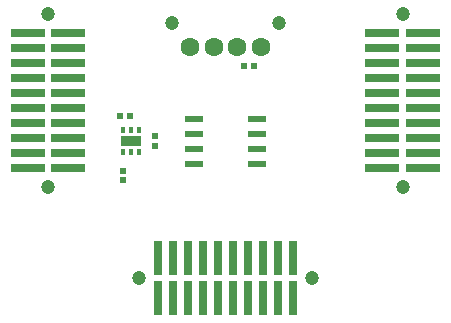
<source format=gts>
G04 #@! TF.FileFunction,Soldermask,Top*
%FSLAX46Y46*%
G04 Gerber Fmt 4.6, Leading zero omitted, Abs format (unit mm)*
G04 Created by KiCad (PCBNEW 4.0.2+e4-6225~38~ubuntu14.04.1-stable) date Thu 21 Jul 2016 15:42:58 BST*
%MOMM*%
G01*
G04 APERTURE LIST*
%ADD10C,0.100000*%
%ADD11R,1.550000X0.600000*%
%ADD12R,0.520000X0.520000*%
%ADD13R,0.620000X0.620000*%
%ADD14R,0.400000X0.470000*%
%ADD15R,1.702000X0.952000*%
%ADD16R,2.920000X0.740000*%
%ADD17C,1.200000*%
%ADD18C,1.600000*%
%ADD19R,0.740000X2.920000*%
G04 APERTURE END LIST*
D10*
D11*
X102700000Y-105405000D03*
X102700000Y-104135000D03*
X102700000Y-102865000D03*
X102700000Y-101595000D03*
X97300000Y-101595000D03*
X97300000Y-102865000D03*
X97300000Y-104135000D03*
X97300000Y-105405000D03*
D12*
X91100000Y-101300000D03*
X91900000Y-101300000D03*
X91350000Y-105950000D03*
X91350000Y-106750000D03*
D13*
X101550000Y-97100000D03*
X102450000Y-97100000D03*
D14*
X91350000Y-104315000D03*
X92000000Y-104315000D03*
X92650000Y-104315000D03*
X92650000Y-102485000D03*
X92000000Y-102485000D03*
X91350000Y-102485000D03*
D15*
X92000000Y-103400000D03*
D16*
X83285000Y-94285000D03*
X86715000Y-94285000D03*
X83285000Y-95555000D03*
X86715000Y-95555000D03*
X83285000Y-96825000D03*
X86715000Y-96825000D03*
X83285000Y-98095000D03*
X86715000Y-98095000D03*
X83285000Y-99365000D03*
X86715000Y-99365000D03*
X83285000Y-100635000D03*
X86715000Y-100635000D03*
X83285000Y-101905000D03*
X86715000Y-101905000D03*
X83285000Y-103175000D03*
X86715000Y-103175000D03*
X83285000Y-104445000D03*
X86715000Y-104445000D03*
X83285000Y-105715000D03*
X86715000Y-105715000D03*
X113285000Y-94285000D03*
X116715000Y-94285000D03*
X113285000Y-95555000D03*
X116715000Y-95555000D03*
X113285000Y-96825000D03*
X116715000Y-96825000D03*
X113285000Y-98095000D03*
X116715000Y-98095000D03*
X113285000Y-99365000D03*
X116715000Y-99365000D03*
X113285000Y-100635000D03*
X116715000Y-100635000D03*
X113285000Y-101905000D03*
X116715000Y-101905000D03*
X113285000Y-103175000D03*
X116715000Y-103175000D03*
X113285000Y-104445000D03*
X116715000Y-104445000D03*
X113285000Y-105715000D03*
X116715000Y-105715000D03*
D17*
X85000000Y-107305000D03*
X85000000Y-92695000D03*
X104500000Y-93400000D03*
X95500000Y-93400000D03*
D18*
X103000000Y-95500000D03*
X101000000Y-95500000D03*
X99000000Y-95500000D03*
X97000000Y-95500000D03*
D17*
X115000000Y-107305000D03*
X115000000Y-92695000D03*
D19*
X94285000Y-116715000D03*
X94285000Y-113285000D03*
X95555000Y-116715000D03*
X95555000Y-113285000D03*
X96825000Y-116715000D03*
X96825000Y-113285000D03*
X98095000Y-116715000D03*
X98095000Y-113285000D03*
X99365000Y-116715000D03*
X99365000Y-113285000D03*
X100635000Y-116715000D03*
X100635000Y-113285000D03*
X101905000Y-116715000D03*
X101905000Y-113285000D03*
X103175000Y-116715000D03*
X103175000Y-113285000D03*
X104445000Y-116715000D03*
X104445000Y-113285000D03*
X105715000Y-116715000D03*
X105715000Y-113285000D03*
D17*
X107305000Y-115000000D03*
X92695000Y-115000000D03*
D12*
X94000000Y-103800000D03*
X94000000Y-103000000D03*
M02*

</source>
